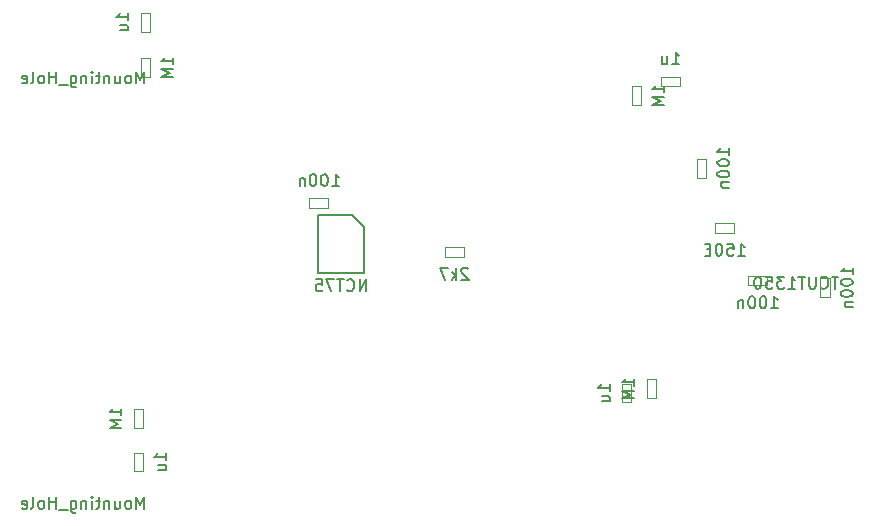
<source format=gbr>
G04 #@! TF.FileFunction,Other,Fab,Bot*
%FSLAX46Y46*%
G04 Gerber Fmt 4.6, Leading zero omitted, Abs format (unit mm)*
G04 Created by KiCad (PCBNEW 4.0.4-stable) date 02/07/17 14:21:35*
%MOMM*%
%LPD*%
G01*
G04 APERTURE LIST*
%ADD10C,0.100000*%
%ADD11C,0.150000*%
G04 APERTURE END LIST*
D10*
X124150000Y-85360000D02*
X124150000Y-84560000D01*
X122550000Y-85360000D02*
X124150000Y-85360000D01*
X122550000Y-84560000D02*
X122550000Y-85360000D01*
X124150000Y-84560000D02*
X122550000Y-84560000D01*
X144680000Y-77070000D02*
X143880000Y-77070000D01*
X144680000Y-78670000D02*
X144680000Y-77070000D01*
X143880000Y-78670000D02*
X144680000Y-78670000D01*
X143880000Y-77070000D02*
X143880000Y-78670000D01*
X111095000Y-80415000D02*
X111095000Y-81215000D01*
X112695000Y-80415000D02*
X111095000Y-80415000D01*
X112695000Y-81215000D02*
X112695000Y-80415000D01*
X111095000Y-81215000D02*
X112695000Y-81215000D01*
X97020000Y-101950000D02*
X96220000Y-101950000D01*
X97020000Y-103550000D02*
X97020000Y-101950000D01*
X96220000Y-103550000D02*
X97020000Y-103550000D01*
X96220000Y-101950000D02*
X96220000Y-103550000D01*
X96790000Y-66310000D02*
X97590000Y-66310000D01*
X96790000Y-64710000D02*
X96790000Y-66310000D01*
X97590000Y-64710000D02*
X96790000Y-64710000D01*
X97590000Y-66310000D02*
X97590000Y-64710000D01*
X96220000Y-99890000D02*
X97020000Y-99890000D01*
X96220000Y-98290000D02*
X96220000Y-99890000D01*
X97020000Y-98290000D02*
X96220000Y-98290000D01*
X97020000Y-99890000D02*
X97020000Y-98290000D01*
X97600000Y-68570000D02*
X96800000Y-68570000D01*
X97600000Y-70170000D02*
X97600000Y-68570000D01*
X96800000Y-70170000D02*
X97600000Y-70170000D01*
X96800000Y-68570000D02*
X96800000Y-70170000D01*
D11*
X114735000Y-81875000D02*
X111835000Y-81875000D01*
X111835000Y-81875000D02*
X111835000Y-86775000D01*
X111835000Y-86775000D02*
X115735000Y-86775000D01*
X115735000Y-86775000D02*
X115735000Y-82875000D01*
X115735000Y-82875000D02*
X114735000Y-81875000D01*
D10*
X137550000Y-97710000D02*
X138350000Y-97710000D01*
X137550000Y-96110000D02*
X137550000Y-97710000D01*
X138350000Y-96110000D02*
X137550000Y-96110000D01*
X138350000Y-97710000D02*
X138350000Y-96110000D01*
X140860000Y-70120000D02*
X140860000Y-70920000D01*
X142460000Y-70120000D02*
X140860000Y-70120000D01*
X142460000Y-70920000D02*
X142460000Y-70120000D01*
X140860000Y-70920000D02*
X142460000Y-70920000D01*
X139630000Y-97360000D02*
X140430000Y-97360000D01*
X139630000Y-95760000D02*
X139630000Y-97360000D01*
X140430000Y-95760000D02*
X139630000Y-95760000D01*
X140430000Y-97360000D02*
X140430000Y-95760000D01*
X139170000Y-70930000D02*
X138370000Y-70930000D01*
X139170000Y-72530000D02*
X139170000Y-70930000D01*
X138370000Y-72530000D02*
X139170000Y-72530000D01*
X138370000Y-70930000D02*
X138370000Y-72530000D01*
X149850000Y-87770000D02*
X149850000Y-86970000D01*
X148250000Y-87770000D02*
X149850000Y-87770000D01*
X148250000Y-86970000D02*
X148250000Y-87770000D01*
X149850000Y-86970000D02*
X148250000Y-86970000D01*
X155130000Y-87180000D02*
X154330000Y-87180000D01*
X155130000Y-88780000D02*
X155130000Y-87180000D01*
X154330000Y-88780000D02*
X155130000Y-88780000D01*
X154330000Y-87180000D02*
X154330000Y-88780000D01*
X147060000Y-83320000D02*
X147060000Y-82520000D01*
X145460000Y-83320000D02*
X147060000Y-83320000D01*
X145460000Y-82520000D02*
X145460000Y-83320000D01*
X147060000Y-82520000D02*
X145460000Y-82520000D01*
D11*
X124516667Y-86407619D02*
X124469048Y-86360000D01*
X124373810Y-86312381D01*
X124135714Y-86312381D01*
X124040476Y-86360000D01*
X123992857Y-86407619D01*
X123945238Y-86502857D01*
X123945238Y-86598095D01*
X123992857Y-86740952D01*
X124564286Y-87312381D01*
X123945238Y-87312381D01*
X123516667Y-87312381D02*
X123516667Y-86312381D01*
X123421429Y-86931429D02*
X123135714Y-87312381D01*
X123135714Y-86645714D02*
X123516667Y-87026667D01*
X122802381Y-86312381D02*
X122135714Y-86312381D01*
X122564286Y-87312381D01*
X146632381Y-76750953D02*
X146632381Y-76179524D01*
X146632381Y-76465238D02*
X145632381Y-76465238D01*
X145775238Y-76370000D01*
X145870476Y-76274762D01*
X145918095Y-76179524D01*
X145632381Y-77370000D02*
X145632381Y-77465239D01*
X145680000Y-77560477D01*
X145727619Y-77608096D01*
X145822857Y-77655715D01*
X146013333Y-77703334D01*
X146251429Y-77703334D01*
X146441905Y-77655715D01*
X146537143Y-77608096D01*
X146584762Y-77560477D01*
X146632381Y-77465239D01*
X146632381Y-77370000D01*
X146584762Y-77274762D01*
X146537143Y-77227143D01*
X146441905Y-77179524D01*
X146251429Y-77131905D01*
X146013333Y-77131905D01*
X145822857Y-77179524D01*
X145727619Y-77227143D01*
X145680000Y-77274762D01*
X145632381Y-77370000D01*
X145632381Y-78322381D02*
X145632381Y-78417620D01*
X145680000Y-78512858D01*
X145727619Y-78560477D01*
X145822857Y-78608096D01*
X146013333Y-78655715D01*
X146251429Y-78655715D01*
X146441905Y-78608096D01*
X146537143Y-78560477D01*
X146584762Y-78512858D01*
X146632381Y-78417620D01*
X146632381Y-78322381D01*
X146584762Y-78227143D01*
X146537143Y-78179524D01*
X146441905Y-78131905D01*
X146251429Y-78084286D01*
X146013333Y-78084286D01*
X145822857Y-78131905D01*
X145727619Y-78179524D01*
X145680000Y-78227143D01*
X145632381Y-78322381D01*
X145965714Y-79084286D02*
X146632381Y-79084286D01*
X146060952Y-79084286D02*
X146013333Y-79131905D01*
X145965714Y-79227143D01*
X145965714Y-79370001D01*
X146013333Y-79465239D01*
X146108571Y-79512858D01*
X146632381Y-79512858D01*
X113014047Y-79367381D02*
X113585476Y-79367381D01*
X113299762Y-79367381D02*
X113299762Y-78367381D01*
X113395000Y-78510238D01*
X113490238Y-78605476D01*
X113585476Y-78653095D01*
X112395000Y-78367381D02*
X112299761Y-78367381D01*
X112204523Y-78415000D01*
X112156904Y-78462619D01*
X112109285Y-78557857D01*
X112061666Y-78748333D01*
X112061666Y-78986429D01*
X112109285Y-79176905D01*
X112156904Y-79272143D01*
X112204523Y-79319762D01*
X112299761Y-79367381D01*
X112395000Y-79367381D01*
X112490238Y-79319762D01*
X112537857Y-79272143D01*
X112585476Y-79176905D01*
X112633095Y-78986429D01*
X112633095Y-78748333D01*
X112585476Y-78557857D01*
X112537857Y-78462619D01*
X112490238Y-78415000D01*
X112395000Y-78367381D01*
X111442619Y-78367381D02*
X111347380Y-78367381D01*
X111252142Y-78415000D01*
X111204523Y-78462619D01*
X111156904Y-78557857D01*
X111109285Y-78748333D01*
X111109285Y-78986429D01*
X111156904Y-79176905D01*
X111204523Y-79272143D01*
X111252142Y-79319762D01*
X111347380Y-79367381D01*
X111442619Y-79367381D01*
X111537857Y-79319762D01*
X111585476Y-79272143D01*
X111633095Y-79176905D01*
X111680714Y-78986429D01*
X111680714Y-78748333D01*
X111633095Y-78557857D01*
X111585476Y-78462619D01*
X111537857Y-78415000D01*
X111442619Y-78367381D01*
X110680714Y-78700714D02*
X110680714Y-79367381D01*
X110680714Y-78795952D02*
X110633095Y-78748333D01*
X110537857Y-78700714D01*
X110394999Y-78700714D01*
X110299761Y-78748333D01*
X110252142Y-78843571D01*
X110252142Y-79367381D01*
X98972381Y-102583334D02*
X98972381Y-102011905D01*
X98972381Y-102297619D02*
X97972381Y-102297619D01*
X98115238Y-102202381D01*
X98210476Y-102107143D01*
X98258095Y-102011905D01*
X98305714Y-103440477D02*
X98972381Y-103440477D01*
X98305714Y-103011905D02*
X98829524Y-103011905D01*
X98924762Y-103059524D01*
X98972381Y-103154762D01*
X98972381Y-103297620D01*
X98924762Y-103392858D01*
X98877143Y-103440477D01*
X95742381Y-65343334D02*
X95742381Y-64771905D01*
X95742381Y-65057619D02*
X94742381Y-65057619D01*
X94885238Y-64962381D01*
X94980476Y-64867143D01*
X95028095Y-64771905D01*
X95075714Y-66200477D02*
X95742381Y-66200477D01*
X95075714Y-65771905D02*
X95599524Y-65771905D01*
X95694762Y-65819524D01*
X95742381Y-65914762D01*
X95742381Y-66057620D01*
X95694762Y-66152858D01*
X95647143Y-66200477D01*
X97111667Y-106697381D02*
X97111667Y-105697381D01*
X96778333Y-106411667D01*
X96445000Y-105697381D01*
X96445000Y-106697381D01*
X95825953Y-106697381D02*
X95921191Y-106649762D01*
X95968810Y-106602143D01*
X96016429Y-106506905D01*
X96016429Y-106221190D01*
X95968810Y-106125952D01*
X95921191Y-106078333D01*
X95825953Y-106030714D01*
X95683095Y-106030714D01*
X95587857Y-106078333D01*
X95540238Y-106125952D01*
X95492619Y-106221190D01*
X95492619Y-106506905D01*
X95540238Y-106602143D01*
X95587857Y-106649762D01*
X95683095Y-106697381D01*
X95825953Y-106697381D01*
X94635476Y-106030714D02*
X94635476Y-106697381D01*
X95064048Y-106030714D02*
X95064048Y-106554524D01*
X95016429Y-106649762D01*
X94921191Y-106697381D01*
X94778333Y-106697381D01*
X94683095Y-106649762D01*
X94635476Y-106602143D01*
X94159286Y-106030714D02*
X94159286Y-106697381D01*
X94159286Y-106125952D02*
X94111667Y-106078333D01*
X94016429Y-106030714D01*
X93873571Y-106030714D01*
X93778333Y-106078333D01*
X93730714Y-106173571D01*
X93730714Y-106697381D01*
X93397381Y-106030714D02*
X93016429Y-106030714D01*
X93254524Y-105697381D02*
X93254524Y-106554524D01*
X93206905Y-106649762D01*
X93111667Y-106697381D01*
X93016429Y-106697381D01*
X92683095Y-106697381D02*
X92683095Y-106030714D01*
X92683095Y-105697381D02*
X92730714Y-105745000D01*
X92683095Y-105792619D01*
X92635476Y-105745000D01*
X92683095Y-105697381D01*
X92683095Y-105792619D01*
X92206905Y-106030714D02*
X92206905Y-106697381D01*
X92206905Y-106125952D02*
X92159286Y-106078333D01*
X92064048Y-106030714D01*
X91921190Y-106030714D01*
X91825952Y-106078333D01*
X91778333Y-106173571D01*
X91778333Y-106697381D01*
X90873571Y-106030714D02*
X90873571Y-106840238D01*
X90921190Y-106935476D01*
X90968809Y-106983095D01*
X91064048Y-107030714D01*
X91206905Y-107030714D01*
X91302143Y-106983095D01*
X90873571Y-106649762D02*
X90968809Y-106697381D01*
X91159286Y-106697381D01*
X91254524Y-106649762D01*
X91302143Y-106602143D01*
X91349762Y-106506905D01*
X91349762Y-106221190D01*
X91302143Y-106125952D01*
X91254524Y-106078333D01*
X91159286Y-106030714D01*
X90968809Y-106030714D01*
X90873571Y-106078333D01*
X90635476Y-106792619D02*
X89873571Y-106792619D01*
X89635476Y-106697381D02*
X89635476Y-105697381D01*
X89635476Y-106173571D02*
X89064047Y-106173571D01*
X89064047Y-106697381D02*
X89064047Y-105697381D01*
X88445000Y-106697381D02*
X88540238Y-106649762D01*
X88587857Y-106602143D01*
X88635476Y-106506905D01*
X88635476Y-106221190D01*
X88587857Y-106125952D01*
X88540238Y-106078333D01*
X88445000Y-106030714D01*
X88302142Y-106030714D01*
X88206904Y-106078333D01*
X88159285Y-106125952D01*
X88111666Y-106221190D01*
X88111666Y-106506905D01*
X88159285Y-106602143D01*
X88206904Y-106649762D01*
X88302142Y-106697381D01*
X88445000Y-106697381D01*
X87540238Y-106697381D02*
X87635476Y-106649762D01*
X87683095Y-106554524D01*
X87683095Y-105697381D01*
X86778332Y-106649762D02*
X86873570Y-106697381D01*
X87064047Y-106697381D01*
X87159285Y-106649762D01*
X87206904Y-106554524D01*
X87206904Y-106173571D01*
X87159285Y-106078333D01*
X87064047Y-106030714D01*
X86873570Y-106030714D01*
X86778332Y-106078333D01*
X86730713Y-106173571D01*
X86730713Y-106268810D01*
X87206904Y-106364048D01*
X97111667Y-70697381D02*
X97111667Y-69697381D01*
X96778333Y-70411667D01*
X96445000Y-69697381D01*
X96445000Y-70697381D01*
X95825953Y-70697381D02*
X95921191Y-70649762D01*
X95968810Y-70602143D01*
X96016429Y-70506905D01*
X96016429Y-70221190D01*
X95968810Y-70125952D01*
X95921191Y-70078333D01*
X95825953Y-70030714D01*
X95683095Y-70030714D01*
X95587857Y-70078333D01*
X95540238Y-70125952D01*
X95492619Y-70221190D01*
X95492619Y-70506905D01*
X95540238Y-70602143D01*
X95587857Y-70649762D01*
X95683095Y-70697381D01*
X95825953Y-70697381D01*
X94635476Y-70030714D02*
X94635476Y-70697381D01*
X95064048Y-70030714D02*
X95064048Y-70554524D01*
X95016429Y-70649762D01*
X94921191Y-70697381D01*
X94778333Y-70697381D01*
X94683095Y-70649762D01*
X94635476Y-70602143D01*
X94159286Y-70030714D02*
X94159286Y-70697381D01*
X94159286Y-70125952D02*
X94111667Y-70078333D01*
X94016429Y-70030714D01*
X93873571Y-70030714D01*
X93778333Y-70078333D01*
X93730714Y-70173571D01*
X93730714Y-70697381D01*
X93397381Y-70030714D02*
X93016429Y-70030714D01*
X93254524Y-69697381D02*
X93254524Y-70554524D01*
X93206905Y-70649762D01*
X93111667Y-70697381D01*
X93016429Y-70697381D01*
X92683095Y-70697381D02*
X92683095Y-70030714D01*
X92683095Y-69697381D02*
X92730714Y-69745000D01*
X92683095Y-69792619D01*
X92635476Y-69745000D01*
X92683095Y-69697381D01*
X92683095Y-69792619D01*
X92206905Y-70030714D02*
X92206905Y-70697381D01*
X92206905Y-70125952D02*
X92159286Y-70078333D01*
X92064048Y-70030714D01*
X91921190Y-70030714D01*
X91825952Y-70078333D01*
X91778333Y-70173571D01*
X91778333Y-70697381D01*
X90873571Y-70030714D02*
X90873571Y-70840238D01*
X90921190Y-70935476D01*
X90968809Y-70983095D01*
X91064048Y-71030714D01*
X91206905Y-71030714D01*
X91302143Y-70983095D01*
X90873571Y-70649762D02*
X90968809Y-70697381D01*
X91159286Y-70697381D01*
X91254524Y-70649762D01*
X91302143Y-70602143D01*
X91349762Y-70506905D01*
X91349762Y-70221190D01*
X91302143Y-70125952D01*
X91254524Y-70078333D01*
X91159286Y-70030714D01*
X90968809Y-70030714D01*
X90873571Y-70078333D01*
X90635476Y-70792619D02*
X89873571Y-70792619D01*
X89635476Y-70697381D02*
X89635476Y-69697381D01*
X89635476Y-70173571D02*
X89064047Y-70173571D01*
X89064047Y-70697381D02*
X89064047Y-69697381D01*
X88445000Y-70697381D02*
X88540238Y-70649762D01*
X88587857Y-70602143D01*
X88635476Y-70506905D01*
X88635476Y-70221190D01*
X88587857Y-70125952D01*
X88540238Y-70078333D01*
X88445000Y-70030714D01*
X88302142Y-70030714D01*
X88206904Y-70078333D01*
X88159285Y-70125952D01*
X88111666Y-70221190D01*
X88111666Y-70506905D01*
X88159285Y-70602143D01*
X88206904Y-70649762D01*
X88302142Y-70697381D01*
X88445000Y-70697381D01*
X87540238Y-70697381D02*
X87635476Y-70649762D01*
X87683095Y-70554524D01*
X87683095Y-69697381D01*
X86778332Y-70649762D02*
X86873570Y-70697381D01*
X87064047Y-70697381D01*
X87159285Y-70649762D01*
X87206904Y-70554524D01*
X87206904Y-70173571D01*
X87159285Y-70078333D01*
X87064047Y-70030714D01*
X86873570Y-70030714D01*
X86778332Y-70078333D01*
X86730713Y-70173571D01*
X86730713Y-70268810D01*
X87206904Y-70364048D01*
X95172381Y-98804286D02*
X95172381Y-98232857D01*
X95172381Y-98518571D02*
X94172381Y-98518571D01*
X94315238Y-98423333D01*
X94410476Y-98328095D01*
X94458095Y-98232857D01*
X95172381Y-99232857D02*
X94172381Y-99232857D01*
X94886667Y-99566191D01*
X94172381Y-99899524D01*
X95172381Y-99899524D01*
X99552381Y-69084286D02*
X99552381Y-68512857D01*
X99552381Y-68798571D02*
X98552381Y-68798571D01*
X98695238Y-68703333D01*
X98790476Y-68608095D01*
X98838095Y-68512857D01*
X99552381Y-69512857D02*
X98552381Y-69512857D01*
X99266667Y-69846191D01*
X98552381Y-70179524D01*
X99552381Y-70179524D01*
X155865238Y-87062381D02*
X155293809Y-87062381D01*
X155579524Y-88062381D02*
X155579524Y-87062381D01*
X154389047Y-87967143D02*
X154436666Y-88014762D01*
X154579523Y-88062381D01*
X154674761Y-88062381D01*
X154817619Y-88014762D01*
X154912857Y-87919524D01*
X154960476Y-87824286D01*
X155008095Y-87633810D01*
X155008095Y-87490952D01*
X154960476Y-87300476D01*
X154912857Y-87205238D01*
X154817619Y-87110000D01*
X154674761Y-87062381D01*
X154579523Y-87062381D01*
X154436666Y-87110000D01*
X154389047Y-87157619D01*
X153960476Y-87062381D02*
X153960476Y-87871905D01*
X153912857Y-87967143D01*
X153865238Y-88014762D01*
X153770000Y-88062381D01*
X153579523Y-88062381D01*
X153484285Y-88014762D01*
X153436666Y-87967143D01*
X153389047Y-87871905D01*
X153389047Y-87062381D01*
X153055714Y-87062381D02*
X152484285Y-87062381D01*
X152770000Y-88062381D02*
X152770000Y-87062381D01*
X151627142Y-88062381D02*
X152198571Y-88062381D01*
X151912857Y-88062381D02*
X151912857Y-87062381D01*
X152008095Y-87205238D01*
X152103333Y-87300476D01*
X152198571Y-87348095D01*
X151293809Y-87062381D02*
X150674761Y-87062381D01*
X151008095Y-87443333D01*
X150865237Y-87443333D01*
X150769999Y-87490952D01*
X150722380Y-87538571D01*
X150674761Y-87633810D01*
X150674761Y-87871905D01*
X150722380Y-87967143D01*
X150769999Y-88014762D01*
X150865237Y-88062381D01*
X151150952Y-88062381D01*
X151246190Y-88014762D01*
X151293809Y-87967143D01*
X149769999Y-87062381D02*
X150246190Y-87062381D01*
X150293809Y-87538571D01*
X150246190Y-87490952D01*
X150150952Y-87443333D01*
X149912856Y-87443333D01*
X149817618Y-87490952D01*
X149769999Y-87538571D01*
X149722380Y-87633810D01*
X149722380Y-87871905D01*
X149769999Y-87967143D01*
X149817618Y-88014762D01*
X149912856Y-88062381D01*
X150150952Y-88062381D01*
X150246190Y-88014762D01*
X150293809Y-87967143D01*
X149103333Y-87062381D02*
X149008094Y-87062381D01*
X148912856Y-87110000D01*
X148865237Y-87157619D01*
X148817618Y-87252857D01*
X148769999Y-87443333D01*
X148769999Y-87681429D01*
X148817618Y-87871905D01*
X148865237Y-87967143D01*
X148912856Y-88014762D01*
X149008094Y-88062381D01*
X149103333Y-88062381D01*
X149198571Y-88014762D01*
X149246190Y-87967143D01*
X149293809Y-87871905D01*
X149341428Y-87681429D01*
X149341428Y-87443333D01*
X149293809Y-87252857D01*
X149246190Y-87157619D01*
X149198571Y-87110000D01*
X149103333Y-87062381D01*
X115904048Y-88277381D02*
X115904048Y-87277381D01*
X115332619Y-88277381D01*
X115332619Y-87277381D01*
X114285000Y-88182143D02*
X114332619Y-88229762D01*
X114475476Y-88277381D01*
X114570714Y-88277381D01*
X114713572Y-88229762D01*
X114808810Y-88134524D01*
X114856429Y-88039286D01*
X114904048Y-87848810D01*
X114904048Y-87705952D01*
X114856429Y-87515476D01*
X114808810Y-87420238D01*
X114713572Y-87325000D01*
X114570714Y-87277381D01*
X114475476Y-87277381D01*
X114332619Y-87325000D01*
X114285000Y-87372619D01*
X113999286Y-87277381D02*
X113427857Y-87277381D01*
X113713572Y-88277381D02*
X113713572Y-87277381D01*
X113189762Y-87277381D02*
X112523095Y-87277381D01*
X112951667Y-88277381D01*
X111665952Y-87277381D02*
X112142143Y-87277381D01*
X112189762Y-87753571D01*
X112142143Y-87705952D01*
X112046905Y-87658333D01*
X111808809Y-87658333D01*
X111713571Y-87705952D01*
X111665952Y-87753571D01*
X111618333Y-87848810D01*
X111618333Y-88086905D01*
X111665952Y-88182143D01*
X111713571Y-88229762D01*
X111808809Y-88277381D01*
X112046905Y-88277381D01*
X112142143Y-88229762D01*
X112189762Y-88182143D01*
X136502381Y-96743334D02*
X136502381Y-96171905D01*
X136502381Y-96457619D02*
X135502381Y-96457619D01*
X135645238Y-96362381D01*
X135740476Y-96267143D01*
X135788095Y-96171905D01*
X135835714Y-97600477D02*
X136502381Y-97600477D01*
X135835714Y-97171905D02*
X136359524Y-97171905D01*
X136454762Y-97219524D01*
X136502381Y-97314762D01*
X136502381Y-97457620D01*
X136454762Y-97552858D01*
X136407143Y-97600477D01*
X141826666Y-69072381D02*
X142398095Y-69072381D01*
X142112381Y-69072381D02*
X142112381Y-68072381D01*
X142207619Y-68215238D01*
X142302857Y-68310476D01*
X142398095Y-68358095D01*
X140969523Y-68405714D02*
X140969523Y-69072381D01*
X141398095Y-68405714D02*
X141398095Y-68929524D01*
X141350476Y-69024762D01*
X141255238Y-69072381D01*
X141112380Y-69072381D01*
X141017142Y-69024762D01*
X140969523Y-68977143D01*
X138582381Y-96274286D02*
X138582381Y-95702857D01*
X138582381Y-95988571D02*
X137582381Y-95988571D01*
X137725238Y-95893333D01*
X137820476Y-95798095D01*
X137868095Y-95702857D01*
X138582381Y-96702857D02*
X137582381Y-96702857D01*
X138296667Y-97036191D01*
X137582381Y-97369524D01*
X138582381Y-97369524D01*
X141122381Y-71444286D02*
X141122381Y-70872857D01*
X141122381Y-71158571D02*
X140122381Y-71158571D01*
X140265238Y-71063333D01*
X140360476Y-70968095D01*
X140408095Y-70872857D01*
X141122381Y-71872857D02*
X140122381Y-71872857D01*
X140836667Y-72206191D01*
X140122381Y-72539524D01*
X141122381Y-72539524D01*
X150169047Y-89722381D02*
X150740476Y-89722381D01*
X150454762Y-89722381D02*
X150454762Y-88722381D01*
X150550000Y-88865238D01*
X150645238Y-88960476D01*
X150740476Y-89008095D01*
X149550000Y-88722381D02*
X149454761Y-88722381D01*
X149359523Y-88770000D01*
X149311904Y-88817619D01*
X149264285Y-88912857D01*
X149216666Y-89103333D01*
X149216666Y-89341429D01*
X149264285Y-89531905D01*
X149311904Y-89627143D01*
X149359523Y-89674762D01*
X149454761Y-89722381D01*
X149550000Y-89722381D01*
X149645238Y-89674762D01*
X149692857Y-89627143D01*
X149740476Y-89531905D01*
X149788095Y-89341429D01*
X149788095Y-89103333D01*
X149740476Y-88912857D01*
X149692857Y-88817619D01*
X149645238Y-88770000D01*
X149550000Y-88722381D01*
X148597619Y-88722381D02*
X148502380Y-88722381D01*
X148407142Y-88770000D01*
X148359523Y-88817619D01*
X148311904Y-88912857D01*
X148264285Y-89103333D01*
X148264285Y-89341429D01*
X148311904Y-89531905D01*
X148359523Y-89627143D01*
X148407142Y-89674762D01*
X148502380Y-89722381D01*
X148597619Y-89722381D01*
X148692857Y-89674762D01*
X148740476Y-89627143D01*
X148788095Y-89531905D01*
X148835714Y-89341429D01*
X148835714Y-89103333D01*
X148788095Y-88912857D01*
X148740476Y-88817619D01*
X148692857Y-88770000D01*
X148597619Y-88722381D01*
X147835714Y-89055714D02*
X147835714Y-89722381D01*
X147835714Y-89150952D02*
X147788095Y-89103333D01*
X147692857Y-89055714D01*
X147549999Y-89055714D01*
X147454761Y-89103333D01*
X147407142Y-89198571D01*
X147407142Y-89722381D01*
X157082381Y-86860953D02*
X157082381Y-86289524D01*
X157082381Y-86575238D02*
X156082381Y-86575238D01*
X156225238Y-86480000D01*
X156320476Y-86384762D01*
X156368095Y-86289524D01*
X156082381Y-87480000D02*
X156082381Y-87575239D01*
X156130000Y-87670477D01*
X156177619Y-87718096D01*
X156272857Y-87765715D01*
X156463333Y-87813334D01*
X156701429Y-87813334D01*
X156891905Y-87765715D01*
X156987143Y-87718096D01*
X157034762Y-87670477D01*
X157082381Y-87575239D01*
X157082381Y-87480000D01*
X157034762Y-87384762D01*
X156987143Y-87337143D01*
X156891905Y-87289524D01*
X156701429Y-87241905D01*
X156463333Y-87241905D01*
X156272857Y-87289524D01*
X156177619Y-87337143D01*
X156130000Y-87384762D01*
X156082381Y-87480000D01*
X156082381Y-88432381D02*
X156082381Y-88527620D01*
X156130000Y-88622858D01*
X156177619Y-88670477D01*
X156272857Y-88718096D01*
X156463333Y-88765715D01*
X156701429Y-88765715D01*
X156891905Y-88718096D01*
X156987143Y-88670477D01*
X157034762Y-88622858D01*
X157082381Y-88527620D01*
X157082381Y-88432381D01*
X157034762Y-88337143D01*
X156987143Y-88289524D01*
X156891905Y-88241905D01*
X156701429Y-88194286D01*
X156463333Y-88194286D01*
X156272857Y-88241905D01*
X156177619Y-88289524D01*
X156130000Y-88337143D01*
X156082381Y-88432381D01*
X156415714Y-89194286D02*
X157082381Y-89194286D01*
X156510952Y-89194286D02*
X156463333Y-89241905D01*
X156415714Y-89337143D01*
X156415714Y-89480001D01*
X156463333Y-89575239D01*
X156558571Y-89622858D01*
X157082381Y-89622858D01*
X147379047Y-85272381D02*
X147950476Y-85272381D01*
X147664762Y-85272381D02*
X147664762Y-84272381D01*
X147760000Y-84415238D01*
X147855238Y-84510476D01*
X147950476Y-84558095D01*
X146474285Y-84272381D02*
X146950476Y-84272381D01*
X146998095Y-84748571D01*
X146950476Y-84700952D01*
X146855238Y-84653333D01*
X146617142Y-84653333D01*
X146521904Y-84700952D01*
X146474285Y-84748571D01*
X146426666Y-84843810D01*
X146426666Y-85081905D01*
X146474285Y-85177143D01*
X146521904Y-85224762D01*
X146617142Y-85272381D01*
X146855238Y-85272381D01*
X146950476Y-85224762D01*
X146998095Y-85177143D01*
X145807619Y-84272381D02*
X145712380Y-84272381D01*
X145617142Y-84320000D01*
X145569523Y-84367619D01*
X145521904Y-84462857D01*
X145474285Y-84653333D01*
X145474285Y-84891429D01*
X145521904Y-85081905D01*
X145569523Y-85177143D01*
X145617142Y-85224762D01*
X145712380Y-85272381D01*
X145807619Y-85272381D01*
X145902857Y-85224762D01*
X145950476Y-85177143D01*
X145998095Y-85081905D01*
X146045714Y-84891429D01*
X146045714Y-84653333D01*
X145998095Y-84462857D01*
X145950476Y-84367619D01*
X145902857Y-84320000D01*
X145807619Y-84272381D01*
X145045714Y-84748571D02*
X144712380Y-84748571D01*
X144569523Y-85272381D02*
X145045714Y-85272381D01*
X145045714Y-84272381D01*
X144569523Y-84272381D01*
M02*

</source>
